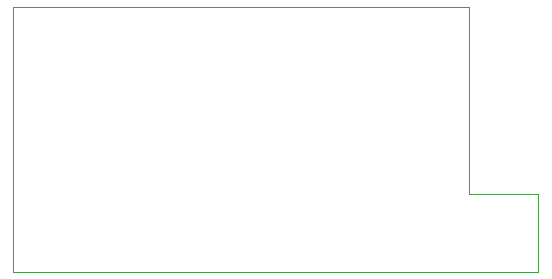
<source format=gbr>
%TF.GenerationSoftware,KiCad,Pcbnew,(5.1.6-0-10_14)*%
%TF.CreationDate,2020-10-08T00:08:50+03:00*%
%TF.ProjectId,ikea-fyrtur,696b6561-2d66-4797-9274-75722e6b6963,rev?*%
%TF.SameCoordinates,Original*%
%TF.FileFunction,Profile,NP*%
%FSLAX46Y46*%
G04 Gerber Fmt 4.6, Leading zero omitted, Abs format (unit mm)*
G04 Created by KiCad (PCBNEW (5.1.6-0-10_14)) date 2020-10-08 00:08:50*
%MOMM*%
%LPD*%
G01*
G04 APERTURE LIST*
%TA.AperFunction,Profile*%
%ADD10C,0.050000*%
%TD*%
G04 APERTURE END LIST*
D10*
X90551000Y-75311000D02*
X90551000Y-97790000D01*
X129095500Y-75311000D02*
X90551000Y-75311000D01*
X129095500Y-91186000D02*
X129095500Y-75311000D01*
X135001000Y-91186000D02*
X129095500Y-91186000D01*
X135001000Y-97790000D02*
X135001000Y-91186000D01*
X90551000Y-97790000D02*
X135001000Y-97790000D01*
M02*

</source>
